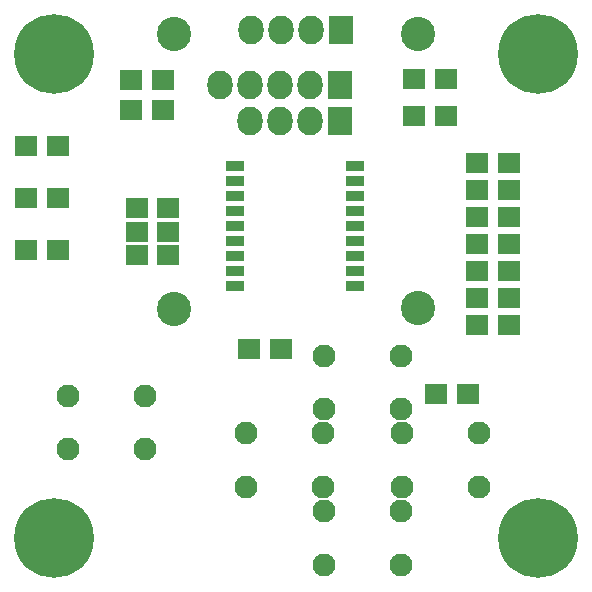
<source format=gts>
G04 #@! TF.FileFunction,Soldermask,Top*
%FSLAX46Y46*%
G04 Gerber Fmt 4.6, Leading zero omitted, Abs format (unit mm)*
G04 Created by KiCad (PCBNEW (after 2015-mar-04 BZR unknown)-product) date 7/18/2015 1:21:16 PM*
%MOMM*%
G01*
G04 APERTURE LIST*
%ADD10C,0.150000*%
%ADD11C,6.750000*%
%ADD12C,2.900000*%
%ADD13R,1.900000X1.700000*%
%ADD14R,2.127200X2.432000*%
%ADD15O,2.127200X2.432000*%
%ADD16C,1.949400*%
%ADD17R,1.543000X0.908000*%
G04 APERTURE END LIST*
D10*
D11*
X140000000Y-110000000D03*
X99000000Y-110000000D03*
X140000000Y-69000000D03*
X99000000Y-69000000D03*
D12*
X129850000Y-90550000D03*
X109150000Y-90600000D03*
X129850000Y-67350000D03*
X109150000Y-67350000D03*
D13*
X132160000Y-71120000D03*
X129460000Y-71120000D03*
X132160000Y-74295000D03*
X129460000Y-74295000D03*
D14*
X123190000Y-71628000D03*
D15*
X120650000Y-71628000D03*
X118110000Y-71628000D03*
X115570000Y-71628000D03*
X113030000Y-71628000D03*
D14*
X123310000Y-67000000D03*
D15*
X120770000Y-67000000D03*
X118230000Y-67000000D03*
X115690000Y-67000000D03*
D13*
X137494000Y-78232000D03*
X134794000Y-78232000D03*
X137494000Y-80518000D03*
X134794000Y-80518000D03*
X137494000Y-85090000D03*
X134794000Y-85090000D03*
X137494000Y-89662000D03*
X134794000Y-89662000D03*
X105534000Y-71180000D03*
X108234000Y-71180000D03*
X105534000Y-73720000D03*
X108234000Y-73720000D03*
X99350000Y-85600000D03*
X96650000Y-85600000D03*
X99350000Y-81200000D03*
X96650000Y-81200000D03*
X99350000Y-76800000D03*
X96650000Y-76800000D03*
X105990000Y-82070000D03*
X108690000Y-82070000D03*
X105990000Y-84070000D03*
X108690000Y-84070000D03*
X105990000Y-86070000D03*
X108690000Y-86070000D03*
X115490000Y-93980000D03*
X118190000Y-93980000D03*
X134065000Y-97790000D03*
X131365000Y-97790000D03*
X134794000Y-82804000D03*
X137494000Y-82804000D03*
X134794000Y-87376000D03*
X137494000Y-87376000D03*
X134794000Y-91948000D03*
X137494000Y-91948000D03*
D16*
X128448800Y-101149560D03*
X128448800Y-105650440D03*
X134951200Y-101149560D03*
X134951200Y-105650440D03*
X121848800Y-94549560D03*
X121848800Y-99050440D03*
X128351200Y-94549560D03*
X128351200Y-99050440D03*
X121848800Y-107749560D03*
X121848800Y-112250440D03*
X128351200Y-107749560D03*
X128351200Y-112250440D03*
X115248800Y-101149560D03*
X115248800Y-105650440D03*
X121751200Y-101149560D03*
X121751200Y-105650440D03*
X100224800Y-97949560D03*
X100224800Y-102450440D03*
X106727200Y-97949560D03*
X106727200Y-102450440D03*
D17*
X114300000Y-88646000D03*
X114300000Y-87376000D03*
X114300000Y-83566000D03*
X114300000Y-82296000D03*
X124460000Y-88646000D03*
X124460000Y-87376000D03*
X124460000Y-86106000D03*
X124460000Y-84836000D03*
X124460000Y-83566000D03*
X124460000Y-82296000D03*
X124460000Y-81026000D03*
X124460000Y-79756000D03*
X124460000Y-78486000D03*
X114300000Y-78486000D03*
X114300000Y-79756000D03*
X114300000Y-81026000D03*
X114300000Y-84836000D03*
X114300000Y-86106000D03*
D14*
X123190000Y-74676000D03*
D15*
X120650000Y-74676000D03*
X118110000Y-74676000D03*
X115570000Y-74676000D03*
M02*

</source>
